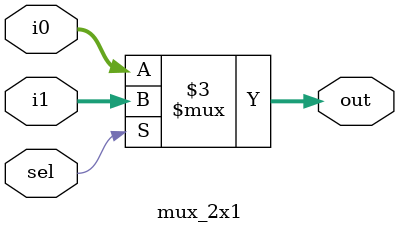
<source format=v>
module mux_2x1(i0,i1,sel,out);
	parameter n=32;
	input [n-1:0]i0,i1;
	input sel;
	output reg [n-1:0]out;
	
	always@(*)
		if(sel)
			out=i1;
		else 
			out=i0;

endmodule

</source>
